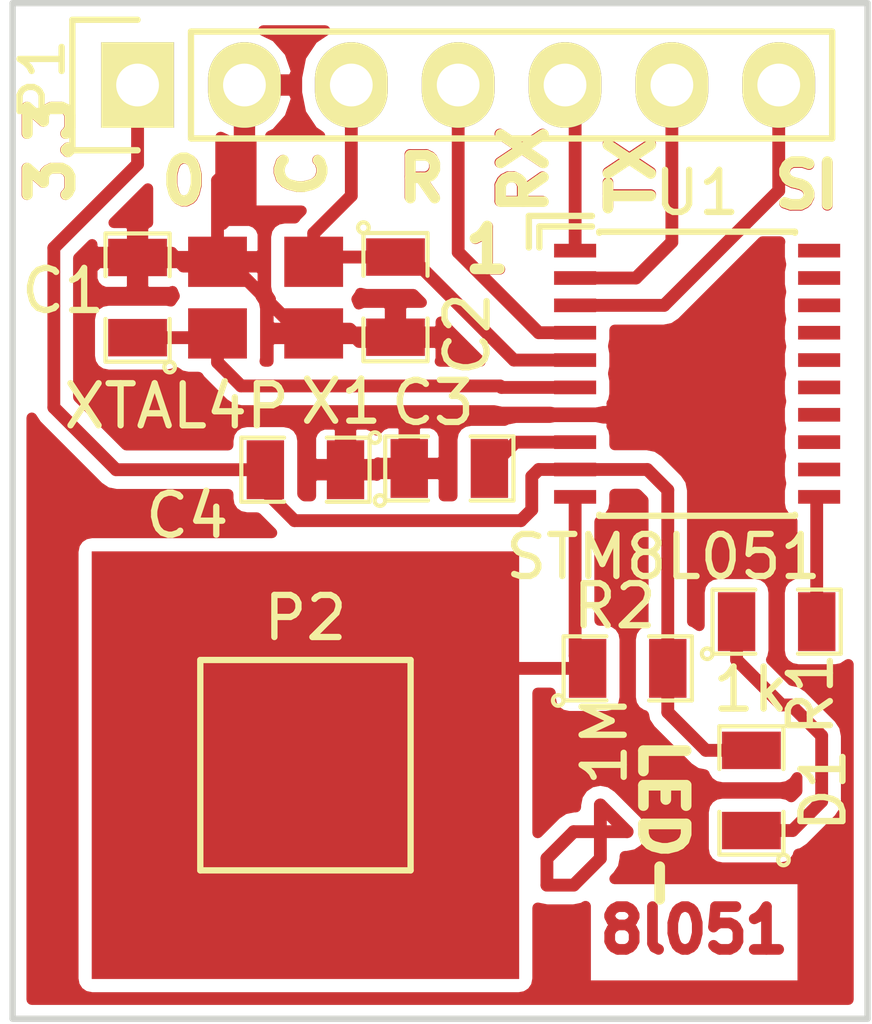
<source format=kicad_pcb>
(kicad_pcb (version 4) (host pcbnew 4.0.7-e0-6372~58~ubuntu16.04.1)

  (general
    (links 25)
    (no_connects 0)
    (area 29.5902 10.031866 51.250001 37.500001)
    (thickness 1.6)
    (drawings 22)
    (tracks 93)
    (zones 0)
    (modules 11)
    (nets 13)
  )

  (page User 140.005 119.99)
  (layers
    (0 F.Cu signal)
    (31 B.Cu signal)
    (32 B.Adhes user)
    (33 F.Adhes user)
    (34 B.Paste user)
    (35 F.Paste user)
    (36 B.SilkS user)
    (37 F.SilkS user)
    (38 B.Mask user)
    (39 F.Mask user)
    (40 Dwgs.User user)
    (41 Cmts.User user)
    (42 Eco1.User user)
    (43 Eco2.User user)
    (44 Edge.Cuts user)
    (45 Margin user)
    (46 B.CrtYd user)
    (47 F.CrtYd user)
    (48 B.Fab user)
    (49 F.Fab user)
  )

  (setup
    (last_trace_width 0.3048)
    (trace_clearance 0.3048)
    (zone_clearance 0.254)
    (zone_45_only no)
    (trace_min 0.2)
    (segment_width 0.2)
    (edge_width 0.15)
    (via_size 0.6)
    (via_drill 0.4)
    (via_min_size 0.4)
    (via_min_drill 0.3)
    (uvia_size 0.3)
    (uvia_drill 0.1)
    (uvias_allowed no)
    (uvia_min_size 0)
    (uvia_min_drill 0)
    (pcb_text_width 0.3)
    (pcb_text_size 1.016 1.016)
    (mod_edge_width 0.15)
    (mod_text_size 1 1)
    (mod_text_width 0.15)
    (pad_size 10.16 10.16)
    (pad_drill 0)
    (pad_to_mask_clearance 0.2)
    (aux_axis_origin 0 0)
    (visible_elements FFFFFF7F)
    (pcbplotparams
      (layerselection 0x010a8_00000001)
      (usegerberextensions true)
      (excludeedgelayer false)
      (linewidth 0.100000)
      (plotframeref false)
      (viasonmask false)
      (mode 1)
      (useauxorigin false)
      (hpglpennumber 1)
      (hpglpenspeed 20)
      (hpglpendiameter 15)
      (hpglpenoverlay 2)
      (psnegative false)
      (psa4output false)
      (plotreference true)
      (plotvalue true)
      (plotinvisibletext false)
      (padsonsilk false)
      (subtractmaskfromsilk false)
      (outputformat 1)
      (mirror false)
      (drillshape 0)
      (scaleselection 1)
      (outputdirectory stm8l051-rev-))
  )

  (net 0 "")
  (net 1 "Net-(C1-Pad1)")
  (net 2 GND)
  (net 3 "Net-(C2-Pad1)")
  (net 4 "Net-(C3-Pad2)")
  (net 5 +3V3)
  (net 6 "Net-(D1-Pad1)")
  (net 7 "Net-(P1-Pad4)")
  (net 8 "Net-(P1-Pad5)")
  (net 9 "Net-(P1-Pad6)")
  (net 10 "Net-(R1-Pad2)")
  (net 11 "Net-(P2-Pad1)")
  (net 12 "Net-(P1-Pad7)")

  (net_class Default "This is the default net class."
    (clearance 0.3048)
    (trace_width 0.3048)
    (via_dia 0.6)
    (via_drill 0.4)
    (uvia_dia 0.3)
    (uvia_drill 0.1)
    (add_net +3V3)
    (add_net GND)
    (add_net "Net-(C1-Pad1)")
    (add_net "Net-(C2-Pad1)")
    (add_net "Net-(C3-Pad2)")
    (add_net "Net-(D1-Pad1)")
    (add_net "Net-(P1-Pad4)")
    (add_net "Net-(P1-Pad5)")
    (add_net "Net-(P1-Pad6)")
    (add_net "Net-(P1-Pad7)")
    (add_net "Net-(P2-Pad1)")
    (add_net "Net-(R1-Pad2)")
  )

  (module SM0805 (layer F.Cu) (tedit 59B76C74) (tstamp 5988407B)
    (at 33.77 20.22 90)
    (path /5984D2D5)
    (attr smd)
    (fp_text reference C1 (at 0.16 -1.77 180) (layer F.SilkS)
      (effects (font (size 1 1) (thickness 0.15)))
    )
    (fp_text value C (at -0.55 1.72 180) (layer Eco2.User)
      (effects (font (size 1 1) (thickness 0.15)))
    )
    (fp_circle (center -1.651 0.762) (end -1.651 0.635) (layer F.SilkS) (width 0.09906))
    (fp_line (start -0.508 0.762) (end -1.524 0.762) (layer F.SilkS) (width 0.09906))
    (fp_line (start -1.524 0.762) (end -1.524 -0.762) (layer F.SilkS) (width 0.09906))
    (fp_line (start -1.524 -0.762) (end -0.508 -0.762) (layer F.SilkS) (width 0.09906))
    (fp_line (start 0.508 -0.762) (end 1.524 -0.762) (layer F.SilkS) (width 0.09906))
    (fp_line (start 1.524 -0.762) (end 1.524 0.762) (layer F.SilkS) (width 0.09906))
    (fp_line (start 1.524 0.762) (end 0.508 0.762) (layer F.SilkS) (width 0.09906))
    (pad 1 smd rect (at -0.9525 0 90) (size 0.889 1.397) (layers F.Cu F.Paste F.Mask)
      (net 1 "Net-(C1-Pad1)"))
    (pad 2 smd rect (at 0.9525 0 90) (size 0.889 1.397) (layers F.Cu F.Paste F.Mask)
      (net 2 GND))
    (model smd/chip_cms.wrl
      (at (xyz 0 0 0))
      (scale (xyz 0.1 0.1 0.1))
      (rotate (xyz 0 0 0))
    )
  )

  (module SM0805 (layer F.Cu) (tedit 59B76C77) (tstamp 59884088)
    (at 39.9 20.21 270)
    (path /5984D1F3)
    (attr smd)
    (fp_text reference C2 (at 0.88 -1.71 450) (layer F.SilkS)
      (effects (font (size 1 1) (thickness 0.15)))
    )
    (fp_text value C (at -0.55 1.72 360) (layer Eco2.User)
      (effects (font (size 1 1) (thickness 0.15)))
    )
    (fp_circle (center -1.651 0.762) (end -1.651 0.635) (layer F.SilkS) (width 0.09906))
    (fp_line (start -0.508 0.762) (end -1.524 0.762) (layer F.SilkS) (width 0.09906))
    (fp_line (start -1.524 0.762) (end -1.524 -0.762) (layer F.SilkS) (width 0.09906))
    (fp_line (start -1.524 -0.762) (end -0.508 -0.762) (layer F.SilkS) (width 0.09906))
    (fp_line (start 0.508 -0.762) (end 1.524 -0.762) (layer F.SilkS) (width 0.09906))
    (fp_line (start 1.524 -0.762) (end 1.524 0.762) (layer F.SilkS) (width 0.09906))
    (fp_line (start 1.524 0.762) (end 0.508 0.762) (layer F.SilkS) (width 0.09906))
    (pad 1 smd rect (at -0.9525 0 270) (size 0.889 1.397) (layers F.Cu F.Paste F.Mask)
      (net 3 "Net-(C2-Pad1)"))
    (pad 2 smd rect (at 0.9525 0 270) (size 0.889 1.397) (layers F.Cu F.Paste F.Mask)
      (net 2 GND))
    (model smd/chip_cms.wrl
      (at (xyz 0 0 0))
      (scale (xyz 0.1 0.1 0.1))
      (rotate (xyz 0 0 0))
    )
  )

  (module SM0805 (layer F.Cu) (tedit 59B76C7F) (tstamp 59884095)
    (at 41.18 24.28)
    (path /5984CEB5)
    (attr smd)
    (fp_text reference C3 (at -0.39 -1.56 180) (layer F.SilkS)
      (effects (font (size 1 1) (thickness 0.15)))
    )
    (fp_text value C (at -0.55 1.72 90) (layer Eco2.User)
      (effects (font (size 1 1) (thickness 0.15)))
    )
    (fp_circle (center -1.651 0.762) (end -1.651 0.635) (layer F.SilkS) (width 0.09906))
    (fp_line (start -0.508 0.762) (end -1.524 0.762) (layer F.SilkS) (width 0.09906))
    (fp_line (start -1.524 0.762) (end -1.524 -0.762) (layer F.SilkS) (width 0.09906))
    (fp_line (start -1.524 -0.762) (end -0.508 -0.762) (layer F.SilkS) (width 0.09906))
    (fp_line (start 0.508 -0.762) (end 1.524 -0.762) (layer F.SilkS) (width 0.09906))
    (fp_line (start 1.524 -0.762) (end 1.524 0.762) (layer F.SilkS) (width 0.09906))
    (fp_line (start 1.524 0.762) (end 0.508 0.762) (layer F.SilkS) (width 0.09906))
    (pad 1 smd rect (at -0.9525 0) (size 0.889 1.397) (layers F.Cu F.Paste F.Mask)
      (net 2 GND))
    (pad 2 smd rect (at 0.9525 0) (size 0.889 1.397) (layers F.Cu F.Paste F.Mask)
      (net 4 "Net-(C3-Pad2)"))
    (model smd/chip_cms.wrl
      (at (xyz 0 0 0))
      (scale (xyz 0.1 0.1 0.1))
      (rotate (xyz 0 0 0))
    )
  )

  (module SM0805 (layer F.Cu) (tedit 59B76C7B) (tstamp 598840A2)
    (at 37.76 24.31 180)
    (path /5984CF46)
    (attr smd)
    (fp_text reference C4 (at 2.81 -1.09 360) (layer F.SilkS)
      (effects (font (size 1 1) (thickness 0.15)))
    )
    (fp_text value C (at -0.55 1.72 270) (layer Eco2.User)
      (effects (font (size 1 1) (thickness 0.15)))
    )
    (fp_circle (center -1.651 0.762) (end -1.651 0.635) (layer F.SilkS) (width 0.09906))
    (fp_line (start -0.508 0.762) (end -1.524 0.762) (layer F.SilkS) (width 0.09906))
    (fp_line (start -1.524 0.762) (end -1.524 -0.762) (layer F.SilkS) (width 0.09906))
    (fp_line (start -1.524 -0.762) (end -0.508 -0.762) (layer F.SilkS) (width 0.09906))
    (fp_line (start 0.508 -0.762) (end 1.524 -0.762) (layer F.SilkS) (width 0.09906))
    (fp_line (start 1.524 -0.762) (end 1.524 0.762) (layer F.SilkS) (width 0.09906))
    (fp_line (start 1.524 0.762) (end 0.508 0.762) (layer F.SilkS) (width 0.09906))
    (pad 1 smd rect (at -0.9525 0 180) (size 0.889 1.397) (layers F.Cu F.Paste F.Mask)
      (net 2 GND))
    (pad 2 smd rect (at 0.9525 0 180) (size 0.889 1.397) (layers F.Cu F.Paste F.Mask)
      (net 5 +3V3))
    (model smd/chip_cms.wrl
      (at (xyz 0 0 0))
      (scale (xyz 0.1 0.1 0.1))
      (rotate (xyz 0 0 0))
    )
  )

  (module SM0805 (layer F.Cu) (tedit 59B76CD2) (tstamp 598840AF)
    (at 48.36 31.93 90)
    (path /5984DA01)
    (attr smd)
    (fp_text reference D1 (at 0.01 1.71 270) (layer F.SilkS)
      (effects (font (size 1 1) (thickness 0.15)))
    )
    (fp_text value LED (at -1.15 -1.75 90) (layer F.SilkS) hide
      (effects (font (size 1 1) (thickness 0.15)))
    )
    (fp_circle (center -1.651 0.762) (end -1.651 0.635) (layer F.SilkS) (width 0.09906))
    (fp_line (start -0.508 0.762) (end -1.524 0.762) (layer F.SilkS) (width 0.09906))
    (fp_line (start -1.524 0.762) (end -1.524 -0.762) (layer F.SilkS) (width 0.09906))
    (fp_line (start -1.524 -0.762) (end -0.508 -0.762) (layer F.SilkS) (width 0.09906))
    (fp_line (start 0.508 -0.762) (end 1.524 -0.762) (layer F.SilkS) (width 0.09906))
    (fp_line (start 1.524 -0.762) (end 1.524 0.762) (layer F.SilkS) (width 0.09906))
    (fp_line (start 1.524 0.762) (end 0.508 0.762) (layer F.SilkS) (width 0.09906))
    (pad 1 smd rect (at -0.9525 0 90) (size 0.889 1.397) (layers F.Cu F.Paste F.Mask)
      (net 6 "Net-(D1-Pad1)"))
    (pad 2 smd rect (at 0.9525 0 90) (size 0.889 1.397) (layers F.Cu F.Paste F.Mask)
      (net 5 +3V3))
    (model smd/chip_cms.wrl
      (at (xyz 0 0 0))
      (scale (xyz 0.1 0.1 0.1))
      (rotate (xyz 0 0 0))
    )
  )

  (module SM0805 (layer F.Cu) (tedit 59B76CDA) (tstamp 598840D1)
    (at 48.96 27.92)
    (path /5984D6FC)
    (attr smd)
    (fp_text reference R1 (at 0.81 1.72 90) (layer F.SilkS)
      (effects (font (size 1 1) (thickness 0.15)))
    )
    (fp_text value 1k (at -0.62 1.61 180) (layer F.SilkS)
      (effects (font (size 1 1) (thickness 0.15)))
    )
    (fp_circle (center -1.651 0.762) (end -1.651 0.635) (layer F.SilkS) (width 0.09906))
    (fp_line (start -0.508 0.762) (end -1.524 0.762) (layer F.SilkS) (width 0.09906))
    (fp_line (start -1.524 0.762) (end -1.524 -0.762) (layer F.SilkS) (width 0.09906))
    (fp_line (start -1.524 -0.762) (end -0.508 -0.762) (layer F.SilkS) (width 0.09906))
    (fp_line (start 0.508 -0.762) (end 1.524 -0.762) (layer F.SilkS) (width 0.09906))
    (fp_line (start 1.524 -0.762) (end 1.524 0.762) (layer F.SilkS) (width 0.09906))
    (fp_line (start 1.524 0.762) (end 0.508 0.762) (layer F.SilkS) (width 0.09906))
    (pad 1 smd rect (at -0.9525 0) (size 0.889 1.397) (layers F.Cu F.Paste F.Mask)
      (net 6 "Net-(D1-Pad1)"))
    (pad 2 smd rect (at 0.9525 0) (size 0.889 1.397) (layers F.Cu F.Paste F.Mask)
      (net 10 "Net-(R1-Pad2)"))
    (model smd/chip_cms.wrl
      (at (xyz 0 0 0))
      (scale (xyz 0.1 0.1 0.1))
      (rotate (xyz 0 0 0))
    )
  )

  (module SM0805 (layer F.Cu) (tedit 59B76CD7) (tstamp 598840DE)
    (at 45.42 29.03)
    (path /5984D799)
    (attr smd)
    (fp_text reference R2 (at -0.31 -1.48 180) (layer F.SilkS)
      (effects (font (size 1 1) (thickness 0.15)))
    )
    (fp_text value 1M (at -0.55 1.72 90) (layer F.SilkS)
      (effects (font (size 1 1) (thickness 0.15)))
    )
    (fp_circle (center -1.651 0.762) (end -1.651 0.635) (layer F.SilkS) (width 0.09906))
    (fp_line (start -0.508 0.762) (end -1.524 0.762) (layer F.SilkS) (width 0.09906))
    (fp_line (start -1.524 0.762) (end -1.524 -0.762) (layer F.SilkS) (width 0.09906))
    (fp_line (start -1.524 -0.762) (end -0.508 -0.762) (layer F.SilkS) (width 0.09906))
    (fp_line (start 0.508 -0.762) (end 1.524 -0.762) (layer F.SilkS) (width 0.09906))
    (fp_line (start 1.524 -0.762) (end 1.524 0.762) (layer F.SilkS) (width 0.09906))
    (fp_line (start 1.524 0.762) (end 0.508 0.762) (layer F.SilkS) (width 0.09906))
    (pad 1 smd rect (at -0.9525 0) (size 0.889 1.397) (layers F.Cu F.Paste F.Mask)
      (net 11 "Net-(P2-Pad1)"))
    (pad 2 smd rect (at 0.9525 0) (size 0.889 1.397) (layers F.Cu F.Paste F.Mask)
      (net 5 +3V3))
    (model smd/chip_cms.wrl
      (at (xyz 0 0 0))
      (scale (xyz 0.1 0.1 0.1))
      (rotate (xyz 0 0 0))
    )
  )

  (module XTAL4P (layer F.Cu) (tedit 59B76CF0) (tstamp 59884109)
    (at 35.67 19.37)
    (path /5984D1BF)
    (fp_text reference X1 (at 2.94 3.32) (layer F.SilkS)
      (effects (font (size 1 1) (thickness 0.15)))
    )
    (fp_text value XTAL4P (at -0.97 3.43) (layer F.SilkS)
      (effects (font (size 1 1) (thickness 0.15)))
    )
    (pad 4 smd rect (at 0 0) (size 1.397 1.1938) (layers F.Cu F.Paste F.Mask)
      (net 2 GND))
    (pad 1 smd rect (at 0 1.7018) (size 1.397 1.1938) (layers F.Cu F.Paste F.Mask)
      (net 1 "Net-(C1-Pad1)"))
    (pad 3 smd rect (at 2.286 1.7018) (size 1.397 1.1938) (layers F.Cu F.Paste F.Mask)
      (net 2 GND))
    (pad 2 smd rect (at 2.286 0) (size 1.397 1.1938) (layers F.Cu F.Paste F.Mask)
      (net 3 "Net-(C2-Pad1)"))
  )

  (module 1Pin (layer F.Cu) (tedit 59B76CA0) (tstamp 5989F96A)
    (at 37.76 31.33)
    (descr "module 1 pin (ou trou mecanique de percage)")
    (tags DEV)
    (path /5984DACB)
    (fp_text reference P2 (at 0 -3.50012) (layer F.SilkS)
      (effects (font (size 1 1) (thickness 0.15)))
    )
    (fp_text value CONN_01X01 (at 0.24892 3.74904) (layer F.Fab)
      (effects (font (size 1 1) (thickness 0.15)))
    )
    (fp_line (start -2.49936 -2.49936) (end 2.49936 -2.49936) (layer F.SilkS) (width 0.15))
    (fp_line (start 2.49936 -2.49936) (end 2.49936 2.49936) (layer F.SilkS) (width 0.15))
    (fp_line (start 2.49936 2.49936) (end -2.49936 2.49936) (layer F.SilkS) (width 0.15))
    (fp_line (start -2.49936 2.49936) (end -2.49936 -2.49936) (layer F.SilkS) (width 0.15))
    (pad 1 smd rect (at 0 0) (size 10.16 10.16) (layers F.Cu)
      (net 11 "Net-(P2-Pad1)"))
  )

  (module Pin_Header_Straight_1x07 (layer F.Cu) (tedit 59B76C24) (tstamp 5989F9F4)
    (at 33.77 15.17 90)
    (descr "Through hole pin header")
    (tags "pin header")
    (path /5984DE8E)
    (fp_text reference P1 (at 0.12 -2.26 90) (layer F.SilkS)
      (effects (font (size 1 1) (thickness 0.15)))
    )
    (fp_text value CONN_01X07 (at 0 -3.1 90) (layer F.Fab) hide
      (effects (font (size 1 1) (thickness 0.15)))
    )
    (fp_line (start -1.75 -1.75) (end -1.75 17) (layer F.CrtYd) (width 0.05))
    (fp_line (start 1.75 -1.75) (end 1.75 17) (layer F.CrtYd) (width 0.05))
    (fp_line (start -1.75 -1.75) (end 1.75 -1.75) (layer F.CrtYd) (width 0.05))
    (fp_line (start -1.75 17) (end 1.75 17) (layer F.CrtYd) (width 0.05))
    (fp_line (start 1.27 1.27) (end 1.27 16.51) (layer F.SilkS) (width 0.15))
    (fp_line (start 1.27 16.51) (end -1.27 16.51) (layer F.SilkS) (width 0.15))
    (fp_line (start -1.27 16.51) (end -1.27 1.27) (layer F.SilkS) (width 0.15))
    (fp_line (start 1.55 -1.55) (end 1.55 0) (layer F.SilkS) (width 0.15))
    (fp_line (start 1.27 1.27) (end -1.27 1.27) (layer F.SilkS) (width 0.15))
    (fp_line (start -1.55 0) (end -1.55 -1.55) (layer F.SilkS) (width 0.15))
    (fp_line (start -1.55 -1.55) (end 1.55 -1.55) (layer F.SilkS) (width 0.15))
    (pad 1 thru_hole rect (at 0 0 90) (size 2.032 1.7272) (drill 1.016) (layers *.Cu *.Mask F.SilkS)
      (net 5 +3V3))
    (pad 2 thru_hole oval (at 0 2.54 90) (size 2.032 1.7272) (drill 1.016) (layers *.Cu *.Mask F.SilkS)
      (net 2 GND))
    (pad 3 thru_hole oval (at 0 5.08 90) (size 2.032 1.7272) (drill 1.016) (layers *.Cu *.Mask F.SilkS)
      (net 3 "Net-(C2-Pad1)"))
    (pad 4 thru_hole oval (at 0 7.62 90) (size 2.032 1.7272) (drill 1.016) (layers *.Cu *.Mask F.SilkS)
      (net 7 "Net-(P1-Pad4)"))
    (pad 5 thru_hole oval (at 0 10.16 90) (size 2.032 1.7272) (drill 1.016) (layers *.Cu *.Mask F.SilkS)
      (net 8 "Net-(P1-Pad5)"))
    (pad 6 thru_hole oval (at 0 12.7 90) (size 2.032 1.7272) (drill 1.016) (layers *.Cu *.Mask F.SilkS)
      (net 9 "Net-(P1-Pad6)"))
    (pad 7 thru_hole oval (at 0 15.24 90) (size 2.032 1.7272) (drill 1.016) (layers *.Cu *.Mask F.SilkS)
      (net 12 "Net-(P1-Pad7)"))
    (model Pin_Headers.3dshapes/Pin_Header_Straight_1x07.wrl
      (at (xyz 0 -0.3 0))
      (scale (xyz 1 1 1))
      (rotate (xyz 0 0 90))
    )
  )

  (module SSOP-20_6.5mm_HOMEPRINT (layer F.Cu) (tedit 59B76CC2) (tstamp 5989FDAF)
    (at 47.07 22.03)
    (tags "SSOP 0.65_HOMEPRINT")
    (path /59B770A5)
    (attr smd)
    (fp_text reference U1 (at 0 -4.3) (layer F.SilkS)
      (effects (font (size 1 1) (thickness 0.15)))
    )
    (fp_text value STM8L051 (at -0.8 4.35) (layer F.SilkS)
      (effects (font (size 1 1) (thickness 0.15)))
    )
    (fp_line (start -2.5 -3.75) (end -4 -3.75) (layer F.SilkS) (width 0.15))
    (fp_line (start -4 -3.75) (end -4 -3) (layer F.SilkS) (width 0.15))
    (fp_line (start -3.75 -3) (end -3.75 -3.5) (layer F.SilkS) (width 0.15))
    (fp_line (start -3.75 -3.5) (end -2.5 -3.5) (layer F.SilkS) (width 0.15))
    (fp_line (start -3.65 -3.55) (end -3.65 3.55) (layer F.CrtYd) (width 0.05))
    (fp_line (start 3.65 -3.55) (end 3.65 3.55) (layer F.CrtYd) (width 0.05))
    (fp_line (start -3.65 -3.55) (end 3.65 -3.55) (layer F.CrtYd) (width 0.05))
    (fp_line (start -3.65 3.55) (end 3.65 3.55) (layer F.CrtYd) (width 0.05))
    (fp_line (start -2.325 -3.375) (end -2.325 -3.35) (layer F.SilkS) (width 0.15))
    (fp_line (start 2.325 -3.375) (end 2.325 -3.35) (layer F.SilkS) (width 0.15))
    (fp_line (start 2.325 3.375) (end 2.325 3.35) (layer F.SilkS) (width 0.15))
    (fp_line (start -2.325 3.375) (end -2.325 3.35) (layer F.SilkS) (width 0.15))
    (fp_line (start -2.325 -3.375) (end 2.325 -3.375) (layer F.SilkS) (width 0.15))
    (fp_line (start -2.325 3.375) (end 2.325 3.375) (layer F.SilkS) (width 0.15))
    (pad 1 smd rect (at -2.9 -2.925) (size 1 0.325) (layers F.Cu F.Paste F.Mask)
      (net 8 "Net-(P1-Pad5)"))
    (pad 2 smd rect (at -2.9 -2.275) (size 1 0.325) (layers F.Cu F.Paste F.Mask)
      (net 9 "Net-(P1-Pad6)"))
    (pad 3 smd rect (at -2.9 -1.625) (size 1 0.325) (layers F.Cu F.Paste F.Mask)
      (net 12 "Net-(P1-Pad7)"))
    (pad 4 smd rect (at -2.9 -0.975) (size 1 0.325) (layers F.Cu F.Paste F.Mask)
      (net 7 "Net-(P1-Pad4)"))
    (pad 5 smd rect (at -2.9 -0.325) (size 1 0.325) (layers F.Cu F.Paste F.Mask)
      (net 3 "Net-(C2-Pad1)"))
    (pad 6 smd rect (at -2.9 0.325) (size 1 0.325) (layers F.Cu F.Paste F.Mask)
      (net 1 "Net-(C1-Pad1)"))
    (pad 7 smd rect (at -2.9 0.975) (size 1 0.325) (layers F.Cu F.Paste F.Mask)
      (net 2 GND))
    (pad 8 smd rect (at -2.9 1.625) (size 1 0.325) (layers F.Cu F.Paste F.Mask)
      (net 4 "Net-(C3-Pad2)"))
    (pad 9 smd rect (at -2.9 2.275) (size 1 0.325) (layers F.Cu F.Paste F.Mask)
      (net 5 +3V3))
    (pad 10 smd rect (at -2.9 2.925) (size 1 0.325) (layers F.Cu F.Paste F.Mask)
      (net 11 "Net-(P2-Pad1)"))
    (pad 11 smd rect (at 2.9 2.925) (size 1 0.325) (layers F.Cu F.Paste F.Mask)
      (net 10 "Net-(R1-Pad2)"))
    (pad 12 smd rect (at 2.9 2.275) (size 1 0.325) (layers F.Cu F.Paste F.Mask))
    (pad 13 smd rect (at 2.9 1.625) (size 1 0.325) (layers F.Cu F.Paste F.Mask))
    (pad 14 smd rect (at 2.9 0.975) (size 1 0.325) (layers F.Cu F.Paste F.Mask))
    (pad 15 smd rect (at 2.9 0.325) (size 1 0.325) (layers F.Cu F.Paste F.Mask))
    (pad 16 smd rect (at 2.9 -0.325) (size 1 0.325) (layers F.Cu F.Paste F.Mask))
    (pad 17 smd rect (at 2.9 -0.975) (size 1 0.325) (layers F.Cu F.Paste F.Mask))
    (pad 18 smd rect (at 2.9 -1.625) (size 1 0.325) (layers F.Cu F.Paste F.Mask))
    (pad 19 smd rect (at 2.9 -2.275) (size 1 0.325) (layers F.Cu F.Paste F.Mask))
    (pad 20 smd rect (at 2.9 -2.925) (size 1 0.325) (layers F.Cu F.Paste F.Mask))
    (model Housings_SSOP.3dshapes/SSOP-20_4.4x6.5mm_Pitch0.65mm.wrl
      (at (xyz 0 0 0))
      (scale (xyz 1 1 1))
      (rotate (xyz 0 0 0))
    )
  )

  (gr_text 1 (at 42.08 19.08) (layer F.SilkS)
    (effects (font (size 1.016 1.016) (thickness 0.254)))
  )
  (gr_text SI (at 49.68 17.55) (layer F.SilkS)
    (effects (font (size 1.016 1.016) (thickness 0.254)))
  )
  (gr_text TX (at 45.51 17.29 90) (layer F.Cu)
    (effects (font (size 1.016 1.016) (thickness 0.254)))
  )
  (gr_text RX (at 42.94 17.18 90) (layer F.Cu)
    (effects (font (size 1.016 1.016) (thickness 0.254)))
  )
  (gr_text R (at 40.51 17.38) (layer F.Cu)
    (effects (font (size 1.016 1.016) (thickness 0.254)))
  )
  (gr_text C (at 37.69 17.27 90) (layer F.Cu)
    (effects (font (size 1.016 1.016) (thickness 0.254)))
  )
  (gr_text 0 (at 34.87 17.46) (layer F.SilkS)
    (effects (font (size 1.016 1.016) (thickness 0.254)))
  )
  (gr_text 3.3 (at 31.71 16.71 90) (layer F.SilkS)
    (effects (font (size 1.016 1.016) (thickness 0.254)))
  )
  (gr_line (start 51.12 37.355) (end 51.12 13.225) (angle 90) (layer Edge.Cuts) (width 0.15))
  (gr_line (start 30.8 37.355) (end 51.12 37.355) (angle 90) (layer Edge.Cuts) (width 0.15))
  (gr_line (start 30.8 13.225) (end 30.8 37.355) (angle 90) (layer Edge.Cuts) (width 0.15))
  (gr_line (start 51.12 13.225) (end 30.8 13.225) (angle 90) (layer Edge.Cuts) (width 0.15))
  (gr_text SI (at 49.68 17.57) (layer F.Cu)
    (effects (font (size 1.016 1.016) (thickness 0.254)))
  )
  (gr_text R (at 40.52 17.4) (layer F.SilkS)
    (effects (font (size 1.016 1.016) (thickness 0.254)))
  )
  (gr_text TX (at 45.51 17.32 90) (layer F.SilkS)
    (effects (font (size 1.016 1.016) (thickness 0.254)))
  )
  (gr_text RX (at 42.96 17.19 90) (layer F.SilkS)
    (effects (font (size 1.016 1.016) (thickness 0.254)))
  )
  (gr_text C (at 37.7 17.27 90) (layer F.SilkS)
    (effects (font (size 1.016 1.016) (thickness 0.254)))
  )
  (gr_text 0 (at 34.88 17.47) (layer F.Cu)
    (effects (font (size 1.016 1.016) (thickness 0.254)))
  )
  (gr_text 3.3 (at 31.7 16.71 90) (layer F.Cu)
    (effects (font (size 1.016 1.016) (thickness 0.254)))
  )
  (gr_text 8l051 (at 47 35.25) (layer F.Cu)
    (effects (font (size 1.016 1.016) (thickness 0.254)))
  )
  (gr_text "LED-\n" (at 46.25 32.75 270) (layer F.SilkS)
    (effects (font (size 1.016 1.016) (thickness 0.254)))
  )
  (gr_text 1 (at 42.09 19.09) (layer F.Cu)
    (effects (font (size 1.016 1.016) (thickness 0.254)))
  )

  (segment (start 43.5 34.18) (end 43.5 33.545) (width 0.3048) (layer F.Cu) (net 0))
  (segment (start 44.135 34.18) (end 43.5 34.18) (width 0.3048) (layer F.Cu) (net 0) (tstamp 5989FEF0))
  (segment (start 44.77 33.545) (end 44.135 34.18) (width 0.3048) (layer F.Cu) (net 0) (tstamp 5989FEEF))
  (segment (start 44.77 32.91) (end 44.77 33.545) (width 0.3048) (layer F.Cu) (net 0) (tstamp 5989FEEE))
  (segment (start 44.135 32.91) (end 44.77 32.91) (width 0.3048) (layer F.Cu) (net 0) (tstamp 5989FEEA))
  (segment (start 43.5 33.545) (end 44.135 32.91) (width 0.3048) (layer F.Cu) (net 0) (tstamp 5989FEE9))
  (segment (start 44.77 32.91) (end 44.77 32.275) (width 0.3048) (layer F.Cu) (net 0) (tstamp 5989FEEB))
  (segment (start 44.77 32.275) (end 45.405 32.91) (width 0.3048) (layer F.Cu) (net 0) (tstamp 5989FEEC))
  (segment (start 45.405 32.91) (end 44.77 32.91) (width 0.3048) (layer F.Cu) (net 0) (tstamp 5989FEED))
  (segment (start 35.67 21.0718) (end 35.67 21.76) (width 0.3048) (layer F.Cu) (net 1))
  (segment (start 42.419602 22.355) (end 44.17 22.355) (width 0.3048) (layer F.Cu) (net 1) (tstamp 5989FE7E))
  (segment (start 42.384602 22.32) (end 42.419602 22.355) (width 0.3048) (layer F.Cu) (net 1) (tstamp 5989FE7D))
  (segment (start 36.23 22.32) (end 42.384602 22.32) (width 0.3048) (layer F.Cu) (net 1) (tstamp 5989FE7C))
  (segment (start 35.67 21.76) (end 36.23 22.32) (width 0.3048) (layer F.Cu) (net 1) (tstamp 5989FE7B))
  (segment (start 33.77 21.1725) (end 35.5693 21.1725) (width 0.3048) (layer F.Cu) (net 1))
  (segment (start 35.5693 21.1725) (end 35.67 21.0718) (width 0.3048) (layer F.Cu) (net 1) (tstamp 5989FE78))
  (segment (start 33.77 19.2675) (end 32.9225 19.2675) (width 0.3048) (layer F.Cu) (net 2))
  (segment (start 33.255 23.005) (end 32.93 22.68) (width 0.3048) (layer F.Cu) (net 2) (tstamp 5989FE9B))
  (segment (start 33.255 23.005) (end 39.14 23.005) (width 0.3048) (layer F.Cu) (net 2))
  (segment (start 32.46 22.21) (end 32.93 22.68) (width 0.3048) (layer F.Cu) (net 2) (tstamp 5989FEA5))
  (segment (start 32.46 19.73) (end 32.46 22.21) (width 0.3048) (layer F.Cu) (net 2) (tstamp 5989FEA4))
  (segment (start 32.9225 19.2675) (end 32.46 19.73) (width 0.3048) (layer F.Cu) (net 2) (tstamp 5989FEA3))
  (segment (start 35.67 19.37) (end 35.67 17.44) (width 0.3048) (layer F.Cu) (net 2))
  (segment (start 36.31 16.8) (end 36.31 15.17) (width 0.3048) (layer F.Cu) (net 2) (tstamp 5989FE8E))
  (segment (start 35.67 17.44) (end 36.31 16.8) (width 0.3048) (layer F.Cu) (net 2) (tstamp 5989FE8D))
  (segment (start 33.77 19.2675) (end 35.5675 19.2675) (width 0.3048) (layer F.Cu) (net 2))
  (segment (start 35.5675 19.2675) (end 35.67 19.37) (width 0.3048) (layer F.Cu) (net 2) (tstamp 5989FE8A))
  (segment (start 35.67 19.37) (end 35.94 19.37) (width 0.3048) (layer F.Cu) (net 2))
  (segment (start 35.94 19.37) (end 37.6418 21.0718) (width 0.3048) (layer F.Cu) (net 2) (tstamp 5989FE84))
  (segment (start 37.6418 21.0718) (end 37.956 21.0718) (width 0.3048) (layer F.Cu) (net 2) (tstamp 5989FE85))
  (segment (start 37.956 21.0718) (end 39.8093 21.0718) (width 0.3048) (layer F.Cu) (net 2))
  (segment (start 39.8093 21.0718) (end 39.9 21.1625) (width 0.3048) (layer F.Cu) (net 2) (tstamp 5989FE81))
  (segment (start 40.2725 23.005) (end 39.14 23.005) (width 0.3048) (layer F.Cu) (net 2))
  (segment (start 40.415 23.005) (end 40.2725 23.005) (width 0.3048) (layer F.Cu) (net 2))
  (segment (start 39.14 23.005) (end 38.985 23.005) (width 0.3048) (layer F.Cu) (net 2) (tstamp 5989FE99))
  (segment (start 38.985 23.005) (end 38.7125 23.2775) (width 0.3048) (layer F.Cu) (net 2) (tstamp 5989FE2C))
  (segment (start 38.7125 23.2775) (end 38.7125 24.31) (width 0.3048) (layer F.Cu) (net 2) (tstamp 5989FE2D))
  (segment (start 44.17 23.005) (end 40.415 23.005) (width 0.3048) (layer F.Cu) (net 2))
  (segment (start 40.2275 23.1925) (end 40.2275 24.28) (width 0.3048) (layer F.Cu) (net 2) (tstamp 5989FE26))
  (segment (start 40.415 23.005) (end 40.2275 23.1925) (width 0.3048) (layer F.Cu) (net 2) (tstamp 5989FE25))
  (segment (start 44.17 21.705) (end 42.715 21.705) (width 0.3048) (layer F.Cu) (net 3))
  (segment (start 42.715 21.705) (end 40.2675 19.2575) (width 0.3048) (layer F.Cu) (net 3) (tstamp 5989FEB3))
  (segment (start 37.956 19.37) (end 37.956 18.694) (width 0.3048) (layer F.Cu) (net 3))
  (segment (start 38.85 17.8) (end 38.85 15.17) (width 0.3048) (layer F.Cu) (net 3) (tstamp 5989FEBB))
  (segment (start 37.956 18.694) (end 38.85 17.8) (width 0.3048) (layer F.Cu) (net 3) (tstamp 5989FEBA))
  (segment (start 39.9 19.2575) (end 38.0685 19.2575) (width 0.3048) (layer F.Cu) (net 3))
  (segment (start 38.0685 19.2575) (end 37.956 19.37) (width 0.3048) (layer F.Cu) (net 3) (tstamp 5989FEB7))
  (segment (start 40.2675 19.2575) (end 39.9 19.2575) (width 0.3048) (layer F.Cu) (net 3) (tstamp 5989FEB4))
  (segment (start 44.17 23.655) (end 42.7575 23.655) (width 0.3048) (layer F.Cu) (net 4))
  (segment (start 42.7575 23.655) (end 42.1325 24.28) (width 0.3048) (layer F.Cu) (net 4) (tstamp 5989FDE4))
  (segment (start 44.17 24.305) (end 45.885 24.305) (width 0.3048) (layer F.Cu) (net 5))
  (segment (start 45.885 24.305) (end 46.3725 24.7925) (width 0.3048) (layer F.Cu) (net 5) (tstamp 5989FE21))
  (segment (start 46.3725 24.7925) (end 46.3725 29.03) (width 0.3048) (layer F.Cu) (net 5) (tstamp 5989FE22))
  (segment (start 36.8075 24.8275) (end 37.5 25.52) (width 0.3048) (layer F.Cu) (net 5) (tstamp 5989FDEC))
  (segment (start 43.305 24.305) (end 44.17 24.305) (width 0.3048) (layer F.Cu) (net 5) (tstamp 5989FDF1))
  (segment (start 43.14 24.47) (end 43.305 24.305) (width 0.3048) (layer F.Cu) (net 5) (tstamp 5989FDF0))
  (segment (start 43.14 25.26) (end 43.14 24.47) (width 0.3048) (layer F.Cu) (net 5) (tstamp 5989FDEF))
  (segment (start 42.88 25.52) (end 43.14 25.26) (width 0.3048) (layer F.Cu) (net 5) (tstamp 5989FDEE))
  (segment (start 37.5 25.52) (end 42.88 25.52) (width 0.3048) (layer F.Cu) (net 5) (tstamp 5989FDED))
  (segment (start 33.77 15.17) (end 33.77 17.05) (width 0.3048) (layer F.Cu) (net 5))
  (segment (start 33.26 24.31) (end 36.8075 24.31) (width 0.3048) (layer F.Cu) (net 5) (tstamp 5989FEAD))
  (segment (start 31.78 22.83) (end 33.26 24.31) (width 0.3048) (layer F.Cu) (net 5) (tstamp 5989FEAB))
  (segment (start 31.78 19.04) (end 31.78 22.83) (width 0.3048) (layer F.Cu) (net 5) (tstamp 5989FEA9))
  (segment (start 33.77 17.05) (end 31.78 19.04) (width 0.3048) (layer F.Cu) (net 5) (tstamp 5989FEA8))
  (segment (start 46.3725 29.03) (end 46.3725 30.0725) (width 0.3048) (layer F.Cu) (net 5))
  (segment (start 46.3725 30.0725) (end 47.2775 30.9775) (width 0.3048) (layer F.Cu) (net 5) (tstamp 5989FE04))
  (segment (start 47.2775 30.9775) (end 48.36 30.9775) (width 0.3048) (layer F.Cu) (net 5) (tstamp 5989FE05))
  (segment (start 36.8075 24.31) (end 36.8075 24.8275) (width 0.3048) (layer F.Cu) (net 5))
  (segment (start 48.0075 27.92) (end 48.0075 28.8275) (width 0.3048) (layer F.Cu) (net 6))
  (segment (start 49.3375 32.8825) (end 48.36 32.8825) (width 0.3048) (layer F.Cu) (net 6) (tstamp 5989FE1B))
  (segment (start 50.03 32.19) (end 49.3375 32.8825) (width 0.3048) (layer F.Cu) (net 6) (tstamp 5989FE1A))
  (segment (start 50.03 30.63) (end 50.03 32.19) (width 0.3048) (layer F.Cu) (net 6) (tstamp 5989FE19))
  (segment (start 49.3 29.9) (end 50.03 30.63) (width 0.3048) (layer F.Cu) (net 6) (tstamp 5989FE18))
  (segment (start 49.08 29.9) (end 49.3 29.9) (width 0.3048) (layer F.Cu) (net 6) (tstamp 5989FE17))
  (segment (start 48.0075 28.8275) (end 49.08 29.9) (width 0.3048) (layer F.Cu) (net 6) (tstamp 5989FE16))
  (segment (start 44.17 21.055) (end 43.305 21.055) (width 0.3048) (layer F.Cu) (net 7))
  (segment (start 41.39 19.14) (end 41.39 15.17) (width 0.3048) (layer F.Cu) (net 7) (tstamp 59B771F5))
  (segment (start 43.305 21.055) (end 41.39 19.14) (width 0.3048) (layer F.Cu) (net 7) (tstamp 59B771F4))
  (segment (start 44.17 19.105) (end 44.17 15.41) (width 0.3048) (layer F.Cu) (net 8))
  (segment (start 44.17 15.41) (end 43.93 15.17) (width 0.3048) (layer F.Cu) (net 8) (tstamp 59B771C6))
  (segment (start 43.83 15.27) (end 43.93 15.17) (width 0.3048) (layer F.Cu) (net 8) (tstamp 5989FEE0))
  (segment (start 44.17 19.755) (end 45.615 19.755) (width 0.3048) (layer F.Cu) (net 9))
  (segment (start 46.47 18.9) (end 46.47 15.17) (width 0.3048) (layer F.Cu) (net 9) (tstamp 59B771CA))
  (segment (start 45.615 19.755) (end 46.47 18.9) (width 0.3048) (layer F.Cu) (net 9) (tstamp 59B771C9))
  (segment (start 49.9125 27.92) (end 49.9125 25.0125) (width 0.3048) (layer F.Cu) (net 10))
  (segment (start 49.9125 25.0125) (end 49.97 24.955) (width 0.3048) (layer F.Cu) (net 10) (tstamp 5989FE1E))
  (segment (start 44.4675 29.03) (end 40.06 29.03) (width 0.3048) (layer F.Cu) (net 11))
  (segment (start 40.06 29.03) (end 37.76 31.33) (width 0.3048) (layer F.Cu) (net 11) (tstamp 5989FE00))
  (segment (start 44.17 24.955) (end 44.17 28.7325) (width 0.3048) (layer F.Cu) (net 11))
  (segment (start 44.17 28.7325) (end 44.4675 29.03) (width 0.3048) (layer F.Cu) (net 11) (tstamp 5989FDF4))
  (segment (start 44.17 20.405) (end 46.285 20.405) (width 0.3048) (layer F.Cu) (net 12))
  (segment (start 46.285 20.405) (end 49.01 17.68) (width 0.3048) (layer F.Cu) (net 12) (tstamp 59B771EE))
  (segment (start 49.01 17.68) (end 49.01 15.17) (width 0.3048) (layer F.Cu) (net 12) (tstamp 59B771F0))

  (zone (net 2) (net_name GND) (layer F.Cu) (tstamp 598913DD) (hatch edge 0.508)
    (connect_pads (clearance 0.254))
    (min_thickness 0.254)
    (fill yes (arc_segments 16) (thermal_gap 0.254) (thermal_bridge_width 0.508))
    (polygon
      (pts
        (xy 30.75 13.75) (xy 51.25 13.75) (xy 51.25 37.5) (xy 30.5 37.5)
      )
    )
    (filled_polygon
      (pts
        (xy 37.934014 14.07325) (xy 37.653206 14.493508) (xy 37.5546 14.989236) (xy 37.5546 15.350764) (xy 37.653206 15.846492)
        (xy 37.934014 16.26675) (xy 38.105001 16.381) (xy 36.927395 16.381) (xy 37.062867 16.315419) (xy 37.38557 15.95172)
        (xy 37.544527 15.492213) (xy 37.460643 15.297) (xy 36.437 15.297) (xy 36.437 16.464712) (xy 36.4708 16.475388)
        (xy 36.4708 18.159) (xy 37.664816 18.159) (xy 37.542908 18.280908) (xy 37.508208 18.332841) (xy 37.2575 18.332841)
        (xy 37.097485 18.36295) (xy 36.95052 18.457519) (xy 36.851927 18.601815) (xy 36.817241 18.7731) (xy 36.817241 19.9669)
        (xy 36.84735 20.126915) (xy 36.933679 20.261074) (xy 36.8765 20.399115) (xy 36.8765 20.84955) (xy 36.97175 20.9448)
        (xy 37.829 20.9448) (xy 37.829 20.9248) (xy 38.083 20.9248) (xy 38.083 20.9448) (xy 38.82505 20.9448)
        (xy 38.91575 21.0355) (xy 39.773 21.0355) (xy 39.773 20.43225) (xy 39.67775 20.337) (xy 39.125715 20.337)
        (xy 39.026751 20.377992) (xy 38.977496 20.259081) (xy 38.97748 20.259065) (xy 39.060073 20.138185) (xy 39.064852 20.114587)
        (xy 39.2015 20.142259) (xy 40.326075 20.142259) (xy 40.520816 20.337) (xy 40.12225 20.337) (xy 40.027 20.43225)
        (xy 40.027 21.0355) (xy 40.88425 21.0355) (xy 40.9795 20.94025) (xy 40.9795 20.795684) (xy 41.919616 21.7358)
        (xy 40.957541 21.7358) (xy 40.9795 21.682786) (xy 40.9795 21.38475) (xy 40.88425 21.2895) (xy 40.027 21.2895)
        (xy 40.027 21.3095) (xy 39.773 21.3095) (xy 39.773 21.2895) (xy 39.03095 21.2895) (xy 38.94025 21.1988)
        (xy 38.083 21.1988) (xy 38.083 21.2188) (xy 37.829 21.2188) (xy 37.829 21.1988) (xy 36.97175 21.1988)
        (xy 36.8765 21.29405) (xy 36.8765 21.7358) (xy 36.795171 21.7358) (xy 36.808759 21.6687) (xy 36.808759 20.4749)
        (xy 36.77865 20.314885) (xy 36.692321 20.180726) (xy 36.7495 20.042685) (xy 36.7495 19.59225) (xy 36.65425 19.497)
        (xy 35.797 19.497) (xy 35.797 19.517) (xy 35.543 19.517) (xy 35.543 19.497) (xy 34.8495 19.497)
        (xy 34.8495 19.48975) (xy 34.75425 19.3945) (xy 33.897 19.3945) (xy 33.897 19.99775) (xy 33.99225 20.093)
        (xy 34.544285 20.093) (xy 34.601521 20.069292) (xy 34.648504 20.182719) (xy 34.64852 20.182735) (xy 34.565927 20.303615)
        (xy 34.565177 20.307319) (xy 34.4685 20.287741) (xy 33.0715 20.287741) (xy 32.911485 20.31785) (xy 32.76452 20.412419)
        (xy 32.665927 20.556715) (xy 32.631241 20.728) (xy 32.631241 21.617) (xy 32.66135 21.777015) (xy 32.755919 21.92398)
        (xy 32.900215 22.022573) (xy 33.0715 22.057259) (xy 34.4685 22.057259) (xy 34.628515 22.02715) (xy 34.681422 21.993105)
        (xy 34.800215 22.074273) (xy 34.9715 22.108959) (xy 35.214056 22.108959) (xy 35.229075 22.131437) (xy 35.256908 22.173092)
        (xy 35.816906 22.733089) (xy 35.816908 22.733092) (xy 35.943547 22.817709) (xy 36.006437 22.859731) (xy 36.23 22.904201)
        (xy 36.230005 22.9042) (xy 42.243647 22.9042) (xy 42.419602 22.9392) (xy 43.578353 22.9392) (xy 43.67 22.957759)
        (xy 44.67 22.957759) (xy 44.830015 22.92765) (xy 44.836076 22.92375) (xy 44.95575 22.92375) (xy 45.051 22.8285)
        (xy 45.051 22.766715) (xy 45.040178 22.740588) (xy 45.075573 22.688785) (xy 45.110259 22.5175) (xy 45.110259 22.1925)
        (xy 45.08015 22.032485) (xy 45.077639 22.028583) (xy 45.110259 21.8675) (xy 45.110259 21.5425) (xy 45.08015 21.382485)
        (xy 45.077639 21.378583) (xy 45.110259 21.2175) (xy 45.110259 20.9892) (xy 46.285 20.9892) (xy 46.508564 20.94473)
        (xy 46.698092 20.818092) (xy 48.625384 18.8908) (xy 49.04021 18.8908) (xy 49.029741 18.9425) (xy 49.029741 19.2675)
        (xy 49.05985 19.427515) (xy 49.062361 19.431417) (xy 49.029741 19.5925) (xy 49.029741 19.9175) (xy 49.05985 20.077515)
        (xy 49.062361 20.081417) (xy 49.029741 20.2425) (xy 49.029741 20.5675) (xy 49.05985 20.727515) (xy 49.062361 20.731417)
        (xy 49.029741 20.8925) (xy 49.029741 21.2175) (xy 49.05985 21.377515) (xy 49.062361 21.381417) (xy 49.029741 21.5425)
        (xy 49.029741 21.8675) (xy 49.05985 22.027515) (xy 49.062361 22.031417) (xy 49.029741 22.1925) (xy 49.029741 22.5175)
        (xy 49.05985 22.677515) (xy 49.062361 22.681417) (xy 49.029741 22.8425) (xy 49.029741 23.1675) (xy 49.05985 23.327515)
        (xy 49.062361 23.331417) (xy 49.029741 23.4925) (xy 49.029741 23.8175) (xy 49.05985 23.977515) (xy 49.062361 23.981417)
        (xy 49.029741 24.1425) (xy 49.029741 24.4675) (xy 49.05985 24.627515) (xy 49.062361 24.631417) (xy 49.029741 24.7925)
        (xy 49.029741 25.1175) (xy 49.05985 25.277515) (xy 49.154419 25.42448) (xy 49.298715 25.523073) (xy 49.3283 25.529064)
        (xy 49.3283 26.807527) (xy 49.307985 26.81135) (xy 49.16102 26.905919) (xy 49.062427 27.050215) (xy 49.027741 27.2215)
        (xy 49.027741 28.6185) (xy 49.05785 28.778515) (xy 49.152419 28.92548) (xy 49.296715 29.024073) (xy 49.468 29.058759)
        (xy 50.357 29.058759) (xy 50.517015 29.02865) (xy 50.66398 28.934081) (xy 50.664 28.934052) (xy 50.664 36.899)
        (xy 31.256 36.899) (xy 31.256 23.077106) (xy 31.318899 23.171241) (xy 31.366908 23.243092) (xy 32.846908 24.723092)
        (xy 33.036436 24.84973) (xy 33.26 24.8942) (xy 35.922741 24.8942) (xy 35.922741 25.0085) (xy 35.95285 25.168515)
        (xy 36.047419 25.31548) (xy 36.191715 25.414073) (xy 36.363 25.448759) (xy 36.602575 25.448759) (xy 36.963557 25.809741)
        (xy 32.68 25.809741) (xy 32.519985 25.83985) (xy 32.37302 25.934419) (xy 32.274427 26.078715) (xy 32.239741 26.25)
        (xy 32.239741 36.41) (xy 32.26985 36.570015) (xy 32.364419 36.71698) (xy 32.508715 36.815573) (xy 32.68 36.850259)
        (xy 42.84 36.850259) (xy 43.000015 36.82015) (xy 43.14698 36.725581) (xy 43.245573 36.581285) (xy 43.280259 36.41)
        (xy 43.280259 34.72049) (xy 43.5 34.7642) (xy 44.135 34.7642) (xy 44.358564 34.71973) (xy 44.417667 34.680239)
        (xy 44.417667 36.5708) (xy 49.582333 36.5708) (xy 49.582333 34.0308) (xy 45.110384 34.0308) (xy 45.183092 33.958092)
        (xy 45.309731 33.768563) (xy 45.354201 33.545) (xy 45.3542 33.544995) (xy 45.3542 33.4942) (xy 45.404995 33.4942)
        (xy 45.405 33.494201) (xy 45.628563 33.449731) (xy 45.818092 33.323092) (xy 45.944731 33.133563) (xy 45.989201 32.91)
        (xy 45.944731 32.686437) (xy 45.818092 32.496908) (xy 45.183092 31.861908) (xy 45.131706 31.827573) (xy 44.993564 31.73527)
        (xy 44.77 31.6908) (xy 44.546436 31.73527) (xy 44.356908 31.861908) (xy 44.23027 32.051436) (xy 44.1858 32.275)
        (xy 44.1858 32.3258) (xy 44.135005 32.3258) (xy 44.135 32.325799) (xy 43.911437 32.370269) (xy 43.721908 32.496908)
        (xy 43.280259 32.938557) (xy 43.280259 29.6142) (xy 43.582741 29.6142) (xy 43.582741 29.7285) (xy 43.61285 29.888515)
        (xy 43.707419 30.03548) (xy 43.851715 30.134073) (xy 44.023 30.168759) (xy 44.912 30.168759) (xy 45.072015 30.13865)
        (xy 45.21898 30.044081) (xy 45.317573 29.899785) (xy 45.352259 29.7285) (xy 45.352259 28.3315) (xy 45.32215 28.171485)
        (xy 45.227581 28.02452) (xy 45.083285 27.925927) (xy 44.912 27.891241) (xy 44.7542 27.891241) (xy 44.7542 25.541916)
        (xy 44.830015 25.52765) (xy 44.97698 25.433081) (xy 45.075573 25.288785) (xy 45.110259 25.1175) (xy 45.110259 24.8892)
        (xy 45.643016 24.8892) (xy 45.7883 25.034484) (xy 45.7883 27.917527) (xy 45.767985 27.92135) (xy 45.62102 28.015919)
        (xy 45.522427 28.160215) (xy 45.487741 28.3315) (xy 45.487741 29.7285) (xy 45.51785 29.888515) (xy 45.612419 30.03548)
        (xy 45.756715 30.134073) (xy 45.802387 30.143322) (xy 45.83277 30.296064) (xy 45.884167 30.372985) (xy 45.959408 30.485592)
        (xy 46.864408 31.390592) (xy 47.053936 31.51723) (xy 47.246362 31.555506) (xy 47.25135 31.582015) (xy 47.345919 31.72898)
        (xy 47.490215 31.827573) (xy 47.6615 31.862259) (xy 49.0585 31.862259) (xy 49.218515 31.83215) (xy 49.36548 31.737581)
        (xy 49.4458 31.620028) (xy 49.4458 31.948016) (xy 49.307969 32.085847) (xy 49.229785 32.032427) (xy 49.0585 31.997741)
        (xy 47.6615 31.997741) (xy 47.501485 32.02785) (xy 47.35452 32.122419) (xy 47.255927 32.266715) (xy 47.221241 32.438)
        (xy 47.221241 33.327) (xy 47.25135 33.487015) (xy 47.345919 33.63398) (xy 47.490215 33.732573) (xy 47.6615 33.767259)
        (xy 49.0585 33.767259) (xy 49.218515 33.73715) (xy 49.36548 33.642581) (xy 49.464073 33.498285) (xy 49.47605 33.43914)
        (xy 49.561064 33.42223) (xy 49.750592 33.295592) (xy 50.443092 32.603092) (xy 50.56973 32.413564) (xy 50.6142 32.19)
        (xy 50.6142 30.63) (xy 50.56973 30.406436) (xy 50.443092 30.216908) (xy 49.713092 29.486908) (xy 49.647516 29.443092)
        (xy 49.523564 29.36027) (xy 49.327443 29.321259) (xy 48.832567 28.826383) (xy 48.857573 28.789785) (xy 48.892259 28.6185)
        (xy 48.892259 27.2215) (xy 48.86215 27.061485) (xy 48.767581 26.91452) (xy 48.623285 26.815927) (xy 48.452 26.781241)
        (xy 47.563 26.781241) (xy 47.402985 26.81135) (xy 47.25602 26.905919) (xy 47.157427 27.050215) (xy 47.122741 27.2215)
        (xy 47.122741 28.017797) (xy 46.988285 27.925927) (xy 46.9567 27.919531) (xy 46.9567 24.7925) (xy 46.91223 24.568936)
        (xy 46.785592 24.379408) (xy 46.298092 23.891908) (xy 46.27812 23.878563) (xy 46.108564 23.76527) (xy 45.885 23.7208)
        (xy 45.110259 23.7208) (xy 45.110259 23.4925) (xy 45.08015 23.332485) (xy 45.039937 23.269993) (xy 45.051 23.243285)
        (xy 45.051 23.1815) (xy 44.95575 23.08625) (xy 44.837942 23.08625) (xy 44.67 23.052241) (xy 43.67 23.052241)
        (xy 43.571368 23.0708) (xy 42.7575 23.0708) (xy 42.533936 23.11527) (xy 42.495067 23.141241) (xy 41.688 23.141241)
        (xy 41.527985 23.17135) (xy 41.38102 23.265919) (xy 41.282427 23.410215) (xy 41.247741 23.5815) (xy 41.247741 24.9358)
        (xy 41.053 24.9358) (xy 41.053 24.50225) (xy 40.95775 24.407) (xy 40.3545 24.407) (xy 40.3545 24.427)
        (xy 40.1005 24.427) (xy 40.1005 24.407) (xy 39.49725 24.407) (xy 39.455 24.44925) (xy 39.44275 24.437)
        (xy 38.8395 24.437) (xy 38.8395 24.457) (xy 38.5855 24.457) (xy 38.5855 24.437) (xy 37.98225 24.437)
        (xy 37.887 24.53225) (xy 37.887 24.9358) (xy 37.741984 24.9358) (xy 37.692259 24.886075) (xy 37.692259 23.6115)
        (xy 37.678 23.535715) (xy 37.887 23.535715) (xy 37.887 24.08775) (xy 37.98225 24.183) (xy 38.5855 24.183)
        (xy 38.5855 23.32575) (xy 38.8395 23.32575) (xy 38.8395 24.183) (xy 39.44275 24.183) (xy 39.485 24.14075)
        (xy 39.49725 24.153) (xy 40.1005 24.153) (xy 40.1005 23.29575) (xy 40.3545 23.29575) (xy 40.3545 24.153)
        (xy 40.95775 24.153) (xy 41.053 24.05775) (xy 41.053 23.505715) (xy 40.994996 23.365681) (xy 40.88782 23.258504)
        (xy 40.747786 23.2005) (xy 40.44975 23.2005) (xy 40.3545 23.29575) (xy 40.1005 23.29575) (xy 40.00525 23.2005)
        (xy 39.707214 23.2005) (xy 39.56718 23.258504) (xy 39.460004 23.365681) (xy 39.457073 23.372758) (xy 39.37282 23.288504)
        (xy 39.232786 23.2305) (xy 38.93475 23.2305) (xy 38.8395 23.32575) (xy 38.5855 23.32575) (xy 38.49025 23.2305)
        (xy 38.192214 23.2305) (xy 38.05218 23.288504) (xy 37.945004 23.395681) (xy 37.887 23.535715) (xy 37.678 23.535715)
        (xy 37.66215 23.451485) (xy 37.567581 23.30452) (xy 37.423285 23.205927) (xy 37.252 23.171241) (xy 36.363 23.171241)
        (xy 36.202985 23.20135) (xy 36.05602 23.295919) (xy 35.957427 23.440215) (xy 35.922741 23.6115) (xy 35.922741 23.7258)
        (xy 33.501984 23.7258) (xy 32.3642 22.588016) (xy 32.3642 19.48975) (xy 32.6905 19.48975) (xy 32.6905 19.787786)
        (xy 32.748504 19.92782) (xy 32.855681 20.034996) (xy 32.995715 20.093) (xy 33.54775 20.093) (xy 33.643 19.99775)
        (xy 33.643 19.3945) (xy 32.78575 19.3945) (xy 32.6905 19.48975) (xy 32.3642 19.48975) (xy 32.3642 19.281984)
        (xy 32.6905 18.955684) (xy 32.6905 19.04525) (xy 32.78575 19.1405) (xy 33.643 19.1405) (xy 33.643 18.53725)
        (xy 33.54775 18.442) (xy 33.204184 18.442) (xy 34.015191 17.630993) (xy 34.015191 18.442) (xy 33.99225 18.442)
        (xy 33.897 18.53725) (xy 33.897 19.1405) (xy 34.5905 19.1405) (xy 34.5905 19.14775) (xy 34.68575 19.243)
        (xy 35.543 19.243) (xy 35.543 19.223) (xy 35.797 19.223) (xy 35.797 19.243) (xy 36.65425 19.243)
        (xy 36.7495 19.14775) (xy 36.7495 18.697315) (xy 36.691496 18.557281) (xy 36.58432 18.450104) (xy 36.444286 18.3921)
        (xy 35.89225 18.3921) (xy 35.797002 18.487348) (xy 35.797002 18.3921) (xy 35.74481 18.3921) (xy 35.74481 16.406272)
        (xy 35.990882 16.525393) (xy 36.183 16.464712) (xy 36.183 15.297) (xy 36.163 15.297) (xy 36.163 15.043)
        (xy 36.183 15.043) (xy 36.183 15.023) (xy 36.437 15.023) (xy 36.437 15.043) (xy 37.460643 15.043)
        (xy 37.544527 14.847787) (xy 37.38557 14.38828) (xy 37.062867 14.024581) (xy 36.758005 13.877) (xy 38.227722 13.877)
      )
    )
  )
)

</source>
